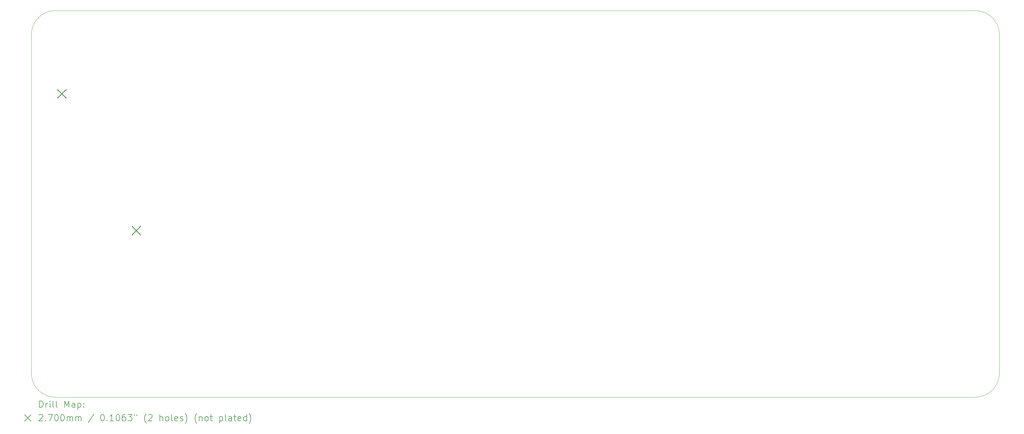
<source format=gbr>
%FSLAX45Y45*%
G04 Gerber Fmt 4.5, Leading zero omitted, Abs format (unit mm)*
G04 Created by KiCad (PCBNEW (6.0.0)) date 2022-01-30 20:35:17*
%MOMM*%
%LPD*%
G01*
G04 APERTURE LIST*
%TA.AperFunction,Profile*%
%ADD10C,0.100000*%
%TD*%
%ADD11C,0.200000*%
%ADD12C,0.270000*%
G04 APERTURE END LIST*
D10*
X6750000Y-21000000D02*
X35250000Y-21000000D01*
X6750000Y-9000000D02*
G75*
G03*
X6000000Y-9750000I0J-750000D01*
G01*
X6000000Y-9750000D02*
X6000000Y-20250000D01*
X35250000Y-21000000D02*
G75*
G03*
X36000000Y-20250000I0J750000D01*
G01*
X36000000Y-20250000D02*
X36000000Y-9750000D01*
X36000000Y-9750000D02*
G75*
G03*
X35250000Y-9000000I-750000J0D01*
G01*
X35250000Y-9000000D02*
X6750000Y-9000000D01*
X6000000Y-20250000D02*
G75*
G03*
X6750000Y-21000000I750000J0D01*
G01*
D11*
D12*
X6805000Y-11445000D02*
X7075000Y-11715000D01*
X7075000Y-11445000D02*
X6805000Y-11715000D01*
X9115000Y-15690000D02*
X9385000Y-15960000D01*
X9385000Y-15690000D02*
X9115000Y-15960000D01*
D11*
X6252619Y-21315476D02*
X6252619Y-21115476D01*
X6300238Y-21115476D01*
X6328809Y-21125000D01*
X6347857Y-21144048D01*
X6357381Y-21163095D01*
X6366905Y-21201190D01*
X6366905Y-21229762D01*
X6357381Y-21267857D01*
X6347857Y-21286905D01*
X6328809Y-21305952D01*
X6300238Y-21315476D01*
X6252619Y-21315476D01*
X6452619Y-21315476D02*
X6452619Y-21182143D01*
X6452619Y-21220238D02*
X6462143Y-21201190D01*
X6471667Y-21191667D01*
X6490714Y-21182143D01*
X6509762Y-21182143D01*
X6576428Y-21315476D02*
X6576428Y-21182143D01*
X6576428Y-21115476D02*
X6566905Y-21125000D01*
X6576428Y-21134524D01*
X6585952Y-21125000D01*
X6576428Y-21115476D01*
X6576428Y-21134524D01*
X6700238Y-21315476D02*
X6681190Y-21305952D01*
X6671667Y-21286905D01*
X6671667Y-21115476D01*
X6805000Y-21315476D02*
X6785952Y-21305952D01*
X6776428Y-21286905D01*
X6776428Y-21115476D01*
X7033571Y-21315476D02*
X7033571Y-21115476D01*
X7100238Y-21258333D01*
X7166905Y-21115476D01*
X7166905Y-21315476D01*
X7347857Y-21315476D02*
X7347857Y-21210714D01*
X7338333Y-21191667D01*
X7319286Y-21182143D01*
X7281190Y-21182143D01*
X7262143Y-21191667D01*
X7347857Y-21305952D02*
X7328809Y-21315476D01*
X7281190Y-21315476D01*
X7262143Y-21305952D01*
X7252619Y-21286905D01*
X7252619Y-21267857D01*
X7262143Y-21248810D01*
X7281190Y-21239286D01*
X7328809Y-21239286D01*
X7347857Y-21229762D01*
X7443095Y-21182143D02*
X7443095Y-21382143D01*
X7443095Y-21191667D02*
X7462143Y-21182143D01*
X7500238Y-21182143D01*
X7519286Y-21191667D01*
X7528809Y-21201190D01*
X7538333Y-21220238D01*
X7538333Y-21277381D01*
X7528809Y-21296429D01*
X7519286Y-21305952D01*
X7500238Y-21315476D01*
X7462143Y-21315476D01*
X7443095Y-21305952D01*
X7624048Y-21296429D02*
X7633571Y-21305952D01*
X7624048Y-21315476D01*
X7614524Y-21305952D01*
X7624048Y-21296429D01*
X7624048Y-21315476D01*
X7624048Y-21191667D02*
X7633571Y-21201190D01*
X7624048Y-21210714D01*
X7614524Y-21201190D01*
X7624048Y-21191667D01*
X7624048Y-21210714D01*
X5795000Y-21545000D02*
X5995000Y-21745000D01*
X5995000Y-21545000D02*
X5795000Y-21745000D01*
X6243095Y-21554524D02*
X6252619Y-21545000D01*
X6271667Y-21535476D01*
X6319286Y-21535476D01*
X6338333Y-21545000D01*
X6347857Y-21554524D01*
X6357381Y-21573571D01*
X6357381Y-21592619D01*
X6347857Y-21621190D01*
X6233571Y-21735476D01*
X6357381Y-21735476D01*
X6443095Y-21716429D02*
X6452619Y-21725952D01*
X6443095Y-21735476D01*
X6433571Y-21725952D01*
X6443095Y-21716429D01*
X6443095Y-21735476D01*
X6519286Y-21535476D02*
X6652619Y-21535476D01*
X6566905Y-21735476D01*
X6766905Y-21535476D02*
X6785952Y-21535476D01*
X6805000Y-21545000D01*
X6814524Y-21554524D01*
X6824048Y-21573571D01*
X6833571Y-21611667D01*
X6833571Y-21659286D01*
X6824048Y-21697381D01*
X6814524Y-21716429D01*
X6805000Y-21725952D01*
X6785952Y-21735476D01*
X6766905Y-21735476D01*
X6747857Y-21725952D01*
X6738333Y-21716429D01*
X6728809Y-21697381D01*
X6719286Y-21659286D01*
X6719286Y-21611667D01*
X6728809Y-21573571D01*
X6738333Y-21554524D01*
X6747857Y-21545000D01*
X6766905Y-21535476D01*
X6957381Y-21535476D02*
X6976428Y-21535476D01*
X6995476Y-21545000D01*
X7005000Y-21554524D01*
X7014524Y-21573571D01*
X7024048Y-21611667D01*
X7024048Y-21659286D01*
X7014524Y-21697381D01*
X7005000Y-21716429D01*
X6995476Y-21725952D01*
X6976428Y-21735476D01*
X6957381Y-21735476D01*
X6938333Y-21725952D01*
X6928809Y-21716429D01*
X6919286Y-21697381D01*
X6909762Y-21659286D01*
X6909762Y-21611667D01*
X6919286Y-21573571D01*
X6928809Y-21554524D01*
X6938333Y-21545000D01*
X6957381Y-21535476D01*
X7109762Y-21735476D02*
X7109762Y-21602143D01*
X7109762Y-21621190D02*
X7119286Y-21611667D01*
X7138333Y-21602143D01*
X7166905Y-21602143D01*
X7185952Y-21611667D01*
X7195476Y-21630714D01*
X7195476Y-21735476D01*
X7195476Y-21630714D02*
X7205000Y-21611667D01*
X7224048Y-21602143D01*
X7252619Y-21602143D01*
X7271667Y-21611667D01*
X7281190Y-21630714D01*
X7281190Y-21735476D01*
X7376428Y-21735476D02*
X7376428Y-21602143D01*
X7376428Y-21621190D02*
X7385952Y-21611667D01*
X7405000Y-21602143D01*
X7433571Y-21602143D01*
X7452619Y-21611667D01*
X7462143Y-21630714D01*
X7462143Y-21735476D01*
X7462143Y-21630714D02*
X7471667Y-21611667D01*
X7490714Y-21602143D01*
X7519286Y-21602143D01*
X7538333Y-21611667D01*
X7547857Y-21630714D01*
X7547857Y-21735476D01*
X7938333Y-21525952D02*
X7766905Y-21783095D01*
X8195476Y-21535476D02*
X8214524Y-21535476D01*
X8233571Y-21545000D01*
X8243095Y-21554524D01*
X8252619Y-21573571D01*
X8262143Y-21611667D01*
X8262143Y-21659286D01*
X8252619Y-21697381D01*
X8243095Y-21716429D01*
X8233571Y-21725952D01*
X8214524Y-21735476D01*
X8195476Y-21735476D01*
X8176428Y-21725952D01*
X8166905Y-21716429D01*
X8157381Y-21697381D01*
X8147857Y-21659286D01*
X8147857Y-21611667D01*
X8157381Y-21573571D01*
X8166905Y-21554524D01*
X8176428Y-21545000D01*
X8195476Y-21535476D01*
X8347857Y-21716429D02*
X8357381Y-21725952D01*
X8347857Y-21735476D01*
X8338333Y-21725952D01*
X8347857Y-21716429D01*
X8347857Y-21735476D01*
X8547857Y-21735476D02*
X8433571Y-21735476D01*
X8490714Y-21735476D02*
X8490714Y-21535476D01*
X8471667Y-21564048D01*
X8452619Y-21583095D01*
X8433571Y-21592619D01*
X8671667Y-21535476D02*
X8690714Y-21535476D01*
X8709762Y-21545000D01*
X8719286Y-21554524D01*
X8728810Y-21573571D01*
X8738333Y-21611667D01*
X8738333Y-21659286D01*
X8728810Y-21697381D01*
X8719286Y-21716429D01*
X8709762Y-21725952D01*
X8690714Y-21735476D01*
X8671667Y-21735476D01*
X8652619Y-21725952D01*
X8643095Y-21716429D01*
X8633571Y-21697381D01*
X8624048Y-21659286D01*
X8624048Y-21611667D01*
X8633571Y-21573571D01*
X8643095Y-21554524D01*
X8652619Y-21545000D01*
X8671667Y-21535476D01*
X8909762Y-21535476D02*
X8871667Y-21535476D01*
X8852619Y-21545000D01*
X8843095Y-21554524D01*
X8824048Y-21583095D01*
X8814524Y-21621190D01*
X8814524Y-21697381D01*
X8824048Y-21716429D01*
X8833571Y-21725952D01*
X8852619Y-21735476D01*
X8890714Y-21735476D01*
X8909762Y-21725952D01*
X8919286Y-21716429D01*
X8928810Y-21697381D01*
X8928810Y-21649762D01*
X8919286Y-21630714D01*
X8909762Y-21621190D01*
X8890714Y-21611667D01*
X8852619Y-21611667D01*
X8833571Y-21621190D01*
X8824048Y-21630714D01*
X8814524Y-21649762D01*
X8995476Y-21535476D02*
X9119286Y-21535476D01*
X9052619Y-21611667D01*
X9081190Y-21611667D01*
X9100238Y-21621190D01*
X9109762Y-21630714D01*
X9119286Y-21649762D01*
X9119286Y-21697381D01*
X9109762Y-21716429D01*
X9100238Y-21725952D01*
X9081190Y-21735476D01*
X9024048Y-21735476D01*
X9005000Y-21725952D01*
X8995476Y-21716429D01*
X9195476Y-21535476D02*
X9195476Y-21573571D01*
X9271667Y-21535476D02*
X9271667Y-21573571D01*
X9566905Y-21811667D02*
X9557381Y-21802143D01*
X9538333Y-21773571D01*
X9528810Y-21754524D01*
X9519286Y-21725952D01*
X9509762Y-21678333D01*
X9509762Y-21640238D01*
X9519286Y-21592619D01*
X9528810Y-21564048D01*
X9538333Y-21545000D01*
X9557381Y-21516429D01*
X9566905Y-21506905D01*
X9633571Y-21554524D02*
X9643095Y-21545000D01*
X9662143Y-21535476D01*
X9709762Y-21535476D01*
X9728810Y-21545000D01*
X9738333Y-21554524D01*
X9747857Y-21573571D01*
X9747857Y-21592619D01*
X9738333Y-21621190D01*
X9624048Y-21735476D01*
X9747857Y-21735476D01*
X9985952Y-21735476D02*
X9985952Y-21535476D01*
X10071667Y-21735476D02*
X10071667Y-21630714D01*
X10062143Y-21611667D01*
X10043095Y-21602143D01*
X10014524Y-21602143D01*
X9995476Y-21611667D01*
X9985952Y-21621190D01*
X10195476Y-21735476D02*
X10176429Y-21725952D01*
X10166905Y-21716429D01*
X10157381Y-21697381D01*
X10157381Y-21640238D01*
X10166905Y-21621190D01*
X10176429Y-21611667D01*
X10195476Y-21602143D01*
X10224048Y-21602143D01*
X10243095Y-21611667D01*
X10252619Y-21621190D01*
X10262143Y-21640238D01*
X10262143Y-21697381D01*
X10252619Y-21716429D01*
X10243095Y-21725952D01*
X10224048Y-21735476D01*
X10195476Y-21735476D01*
X10376429Y-21735476D02*
X10357381Y-21725952D01*
X10347857Y-21706905D01*
X10347857Y-21535476D01*
X10528810Y-21725952D02*
X10509762Y-21735476D01*
X10471667Y-21735476D01*
X10452619Y-21725952D01*
X10443095Y-21706905D01*
X10443095Y-21630714D01*
X10452619Y-21611667D01*
X10471667Y-21602143D01*
X10509762Y-21602143D01*
X10528810Y-21611667D01*
X10538333Y-21630714D01*
X10538333Y-21649762D01*
X10443095Y-21668810D01*
X10614524Y-21725952D02*
X10633571Y-21735476D01*
X10671667Y-21735476D01*
X10690714Y-21725952D01*
X10700238Y-21706905D01*
X10700238Y-21697381D01*
X10690714Y-21678333D01*
X10671667Y-21668810D01*
X10643095Y-21668810D01*
X10624048Y-21659286D01*
X10614524Y-21640238D01*
X10614524Y-21630714D01*
X10624048Y-21611667D01*
X10643095Y-21602143D01*
X10671667Y-21602143D01*
X10690714Y-21611667D01*
X10766905Y-21811667D02*
X10776429Y-21802143D01*
X10795476Y-21773571D01*
X10805000Y-21754524D01*
X10814524Y-21725952D01*
X10824048Y-21678333D01*
X10824048Y-21640238D01*
X10814524Y-21592619D01*
X10805000Y-21564048D01*
X10795476Y-21545000D01*
X10776429Y-21516429D01*
X10766905Y-21506905D01*
X11128810Y-21811667D02*
X11119286Y-21802143D01*
X11100238Y-21773571D01*
X11090714Y-21754524D01*
X11081190Y-21725952D01*
X11071667Y-21678333D01*
X11071667Y-21640238D01*
X11081190Y-21592619D01*
X11090714Y-21564048D01*
X11100238Y-21545000D01*
X11119286Y-21516429D01*
X11128810Y-21506905D01*
X11205000Y-21602143D02*
X11205000Y-21735476D01*
X11205000Y-21621190D02*
X11214524Y-21611667D01*
X11233571Y-21602143D01*
X11262143Y-21602143D01*
X11281190Y-21611667D01*
X11290714Y-21630714D01*
X11290714Y-21735476D01*
X11414524Y-21735476D02*
X11395476Y-21725952D01*
X11385952Y-21716429D01*
X11376428Y-21697381D01*
X11376428Y-21640238D01*
X11385952Y-21621190D01*
X11395476Y-21611667D01*
X11414524Y-21602143D01*
X11443095Y-21602143D01*
X11462143Y-21611667D01*
X11471667Y-21621190D01*
X11481190Y-21640238D01*
X11481190Y-21697381D01*
X11471667Y-21716429D01*
X11462143Y-21725952D01*
X11443095Y-21735476D01*
X11414524Y-21735476D01*
X11538333Y-21602143D02*
X11614524Y-21602143D01*
X11566905Y-21535476D02*
X11566905Y-21706905D01*
X11576428Y-21725952D01*
X11595476Y-21735476D01*
X11614524Y-21735476D01*
X11833571Y-21602143D02*
X11833571Y-21802143D01*
X11833571Y-21611667D02*
X11852619Y-21602143D01*
X11890714Y-21602143D01*
X11909762Y-21611667D01*
X11919286Y-21621190D01*
X11928809Y-21640238D01*
X11928809Y-21697381D01*
X11919286Y-21716429D01*
X11909762Y-21725952D01*
X11890714Y-21735476D01*
X11852619Y-21735476D01*
X11833571Y-21725952D01*
X12043095Y-21735476D02*
X12024048Y-21725952D01*
X12014524Y-21706905D01*
X12014524Y-21535476D01*
X12205000Y-21735476D02*
X12205000Y-21630714D01*
X12195476Y-21611667D01*
X12176428Y-21602143D01*
X12138333Y-21602143D01*
X12119286Y-21611667D01*
X12205000Y-21725952D02*
X12185952Y-21735476D01*
X12138333Y-21735476D01*
X12119286Y-21725952D01*
X12109762Y-21706905D01*
X12109762Y-21687857D01*
X12119286Y-21668810D01*
X12138333Y-21659286D01*
X12185952Y-21659286D01*
X12205000Y-21649762D01*
X12271667Y-21602143D02*
X12347857Y-21602143D01*
X12300238Y-21535476D02*
X12300238Y-21706905D01*
X12309762Y-21725952D01*
X12328809Y-21735476D01*
X12347857Y-21735476D01*
X12490714Y-21725952D02*
X12471667Y-21735476D01*
X12433571Y-21735476D01*
X12414524Y-21725952D01*
X12405000Y-21706905D01*
X12405000Y-21630714D01*
X12414524Y-21611667D01*
X12433571Y-21602143D01*
X12471667Y-21602143D01*
X12490714Y-21611667D01*
X12500238Y-21630714D01*
X12500238Y-21649762D01*
X12405000Y-21668810D01*
X12671667Y-21735476D02*
X12671667Y-21535476D01*
X12671667Y-21725952D02*
X12652619Y-21735476D01*
X12614524Y-21735476D01*
X12595476Y-21725952D01*
X12585952Y-21716429D01*
X12576428Y-21697381D01*
X12576428Y-21640238D01*
X12585952Y-21621190D01*
X12595476Y-21611667D01*
X12614524Y-21602143D01*
X12652619Y-21602143D01*
X12671667Y-21611667D01*
X12747857Y-21811667D02*
X12757381Y-21802143D01*
X12776428Y-21773571D01*
X12785952Y-21754524D01*
X12795476Y-21725952D01*
X12805000Y-21678333D01*
X12805000Y-21640238D01*
X12795476Y-21592619D01*
X12785952Y-21564048D01*
X12776428Y-21545000D01*
X12757381Y-21516429D01*
X12747857Y-21506905D01*
M02*

</source>
